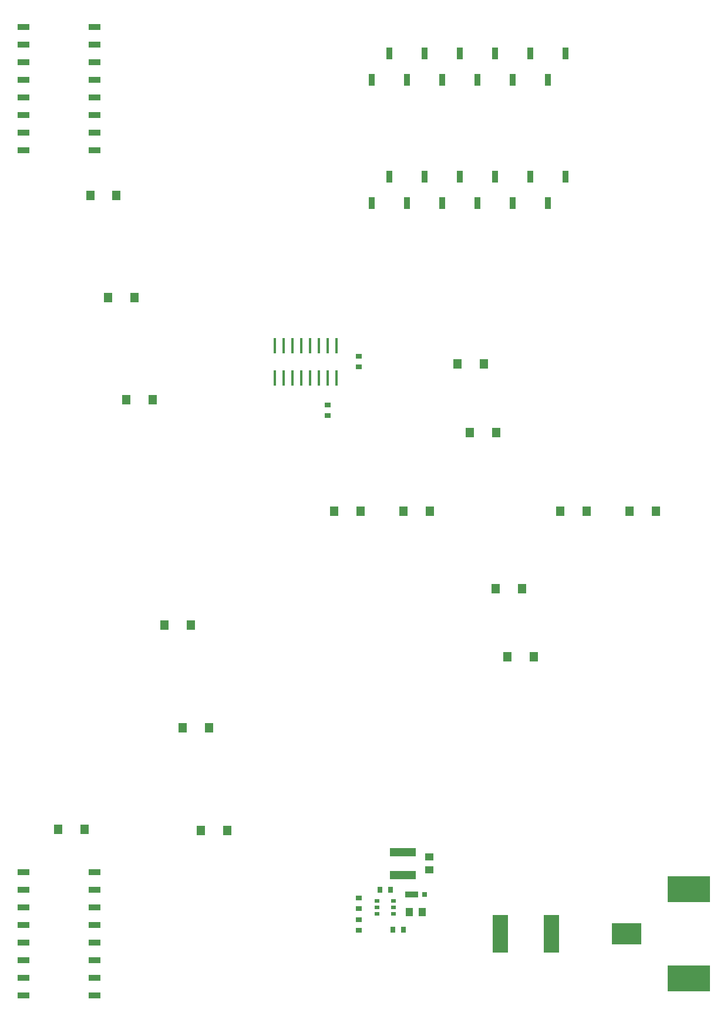
<source format=gtp>
G04 (created by PCBNEW (2013-07-07 BZR 4022)-stable) date 11/4/2014 1:01:41 AM*
%MOIN*%
G04 Gerber Fmt 3.4, Leading zero omitted, Abs format*
%FSLAX34Y34*%
G01*
G70*
G90*
G04 APERTURE LIST*
%ADD10C,0.01*%
%ADD11R,0.035X0.07*%
%ADD12R,0.07X0.035*%
%ADD13R,0.0264961X0.0198031*%
%ADD14R,0.015X0.089*%
%ADD15R,0.0412X0.049*%
%ADD16R,0.049X0.0412*%
%ADD17R,0.0344X0.0304*%
%ADD18R,0.0304X0.0344*%
%ADD19R,0.0855512X0.215472*%
%ADD20R,0.145X0.05*%
%ADD21R,0.0737402X0.0383071*%
%ADD22R,0.0264961X0.0264961*%
%ADD23R,0.0461811X0.0579921*%
%ADD24R,0.168228X0.124921*%
%ADD25R,0.239094X0.148543*%
G04 APERTURE END LIST*
G54D10*
G54D11*
X31750Y56000D03*
X30750Y54500D03*
X29750Y56000D03*
X28750Y54500D03*
X27750Y56000D03*
X26750Y54500D03*
X25750Y56000D03*
X24750Y54500D03*
X23750Y56000D03*
X22750Y54500D03*
X21750Y56000D03*
X20750Y54500D03*
X20750Y47500D03*
X21750Y49000D03*
X22750Y47500D03*
X23750Y49000D03*
X24750Y47500D03*
X25750Y49000D03*
X26750Y47500D03*
X27750Y49000D03*
X28750Y47500D03*
X29750Y49000D03*
X30750Y47500D03*
X31750Y49000D03*
G54D12*
X975Y2500D03*
X975Y3500D03*
X975Y4500D03*
X975Y5500D03*
X975Y6500D03*
X975Y7500D03*
X975Y8500D03*
X975Y9500D03*
X5025Y2500D03*
X5025Y3500D03*
X5025Y4500D03*
X5025Y5500D03*
X5025Y6500D03*
X5025Y7500D03*
X5025Y8500D03*
X5025Y9500D03*
X975Y50500D03*
X975Y51500D03*
X975Y52500D03*
X975Y53500D03*
X975Y54500D03*
X975Y55500D03*
X975Y56500D03*
X975Y57500D03*
X5025Y50500D03*
X5025Y51500D03*
X5025Y52500D03*
X5025Y53500D03*
X5025Y54500D03*
X5025Y55500D03*
X5025Y56500D03*
X5025Y57500D03*
G54D13*
X21027Y7874D03*
X21027Y7500D03*
X21027Y7125D03*
X21972Y7125D03*
X21972Y7500D03*
X21972Y7874D03*
G54D14*
X18750Y39415D03*
X18250Y39415D03*
X17750Y39415D03*
X17250Y39415D03*
X16750Y39415D03*
X16250Y39415D03*
X15750Y39415D03*
X15250Y39415D03*
X15250Y37585D03*
X15750Y37585D03*
X16250Y37585D03*
X16750Y37585D03*
X17250Y37585D03*
X17750Y37585D03*
X18250Y37585D03*
X18750Y37585D03*
G54D15*
X22875Y7250D03*
X23625Y7250D03*
G54D16*
X24000Y10375D03*
X24000Y9625D03*
G54D17*
X20000Y6204D03*
X20000Y6796D03*
X18250Y36046D03*
X18250Y35454D03*
G54D18*
X21204Y8500D03*
X21796Y8500D03*
X22546Y6250D03*
X21954Y6250D03*
G54D17*
X20000Y7454D03*
X20000Y8046D03*
X20000Y38204D03*
X20000Y38796D03*
G54D19*
X30956Y6000D03*
X28043Y6000D03*
G54D20*
X22500Y9350D03*
X22500Y10650D03*
G54D21*
X22994Y8250D03*
G54D22*
X23742Y8250D03*
G54D23*
X8974Y23553D03*
X10470Y23553D03*
X11499Y17715D03*
X10003Y17715D03*
X11033Y11877D03*
X12529Y11877D03*
X25619Y38362D03*
X27115Y38362D03*
X27799Y34484D03*
X26303Y34484D03*
X31445Y30004D03*
X32941Y30004D03*
X29947Y21743D03*
X28451Y21743D03*
X35382Y30004D03*
X36878Y30004D03*
X6256Y47957D03*
X4760Y47957D03*
X27767Y25621D03*
X29263Y25621D03*
X5785Y42141D03*
X7282Y42141D03*
X8307Y36326D03*
X6811Y36326D03*
X20103Y30004D03*
X18606Y30004D03*
X24040Y30004D03*
X22543Y30004D03*
X4427Y11944D03*
X2931Y11944D03*
G54D24*
X35206Y6000D03*
G54D25*
X38750Y3460D03*
X38750Y8539D03*
M02*

</source>
